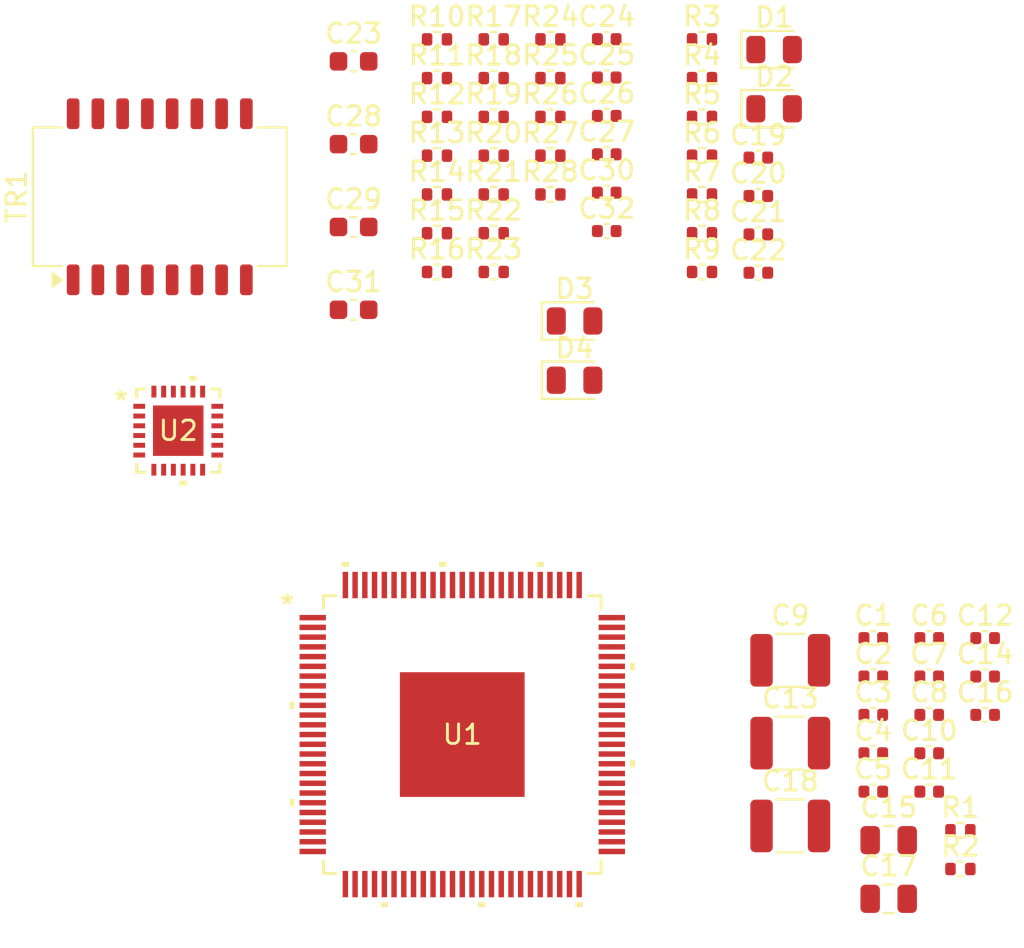
<source format=kicad_pcb>
(kicad_pcb (version 20241229) (generator "pcbnew") (generator_version "9.0")
  (layers (0 "F.Cu" signal) (2 "B.Cu" signal) (13 "F.Paste" user) (15 "B.Paste" user) (5 "F.SilkS" user "F.Silkscreen") (7 "B.SilkS" user "B.Silkscreen") (1 "F.Mask" user) (3 "B.Mask" user) (25 "Edge.Cuts" user))
  (net 0 "")
  (net 1 "GND")
  (net 2 "+3.3V")
  (net 3 "Net-(U1B-VDDA)")
  (net 4 "/MCU/PA01")
  (net 5 "/MCU/SPI7.MOSI")
  (net 6 "/MCU/JTAG.TDO")
  (net 7 "/MCU/SDMMC0_SDDAT3")
  (net 8 "/MCU/SPI2.CS#")
  (net 9 "/MCU/SPI3.MOSI")
  (net 10 "/MCU/SPARE5")
  (net 11 "/MCU/XOUT32")
  (net 12 "/MCU/JTAG.TDI")
  (net 13 "/MCU/SDMMC0_SDCMD")
  (net 14 "/MCU/SPARE4")
  (net 15 "/MCU/SPARE7")
  (net 16 "/MCU/SPARE13")
  (net 17 "/MCU/SPI3.CS#")
  (net 18 "/MCU/ETH_TSUCOMP")
  (net 19 "/MCU/SPARE14")
  (net 20 "/MCU/XIN32")
  (net 21 "/MCU/SDMMC0_SDDAT1")
  (net 22 "/MCU/SPI4.CS#")
  (net 23 "/MCU/SPI3.MISO")
  (net 24 "/MCU/SPI2.MISO")
  (net 25 "/MCU/SPARE16")
  (net 26 "/MCU/SDMMC0_SDWP")
  (net 28 "/MCU/XOUT")
  (net 29 "/MCU/SPI5.MOSI")
  (net 30 "/MCU/SPARE17")
  (net 31 "/MCU/SPARE6")
  (net 32 "/MCU/SPARE12")
  (net 33 "/MCU/SDMMC0_SDDAT0")
  (net 34 "/MCU/ADC_VINP11")
  (net 35 "/MCU/SPI4.SCK")
  (net 36 "/MCU/SPARE15")
  (net 37 "/MCU/SDMMC0_SDCD")
  (net 38 "/MCU/SPARE11")
  (net 39 "/MCU/SPI6.MOSI")
  (net 40 "/MCU/SPI5.SCK")
  (net 41 "/MCU/SPI7.SCK")
  (net 42 "/MCU/SPI4.MISO")
  (net 43 "/MCU/SPARE2")
  (net 44 "/MCU/SDMMC0_SDDAT2")
  (net 45 "/MCU/SPI6.CS#")
  (net 46 "/MCU/SPARE10")
  (net 47 "/MCU/SPI2.SCK")
  (net 48 "/MCU/SPARE9")
  (net 49 "/MCU/JTAG.TCK")
  (net 50 "/MCU/SPI7.MISO")
  (net 51 "/MCU/JTAG.TMS")
  (net 52 "/MCU/SPI3.SCK")
  (net 53 "/MCU/ADC_VINP10")
  (net 54 "/MCU/USB0ID")
  (net 55 "/MCU/SPARE1")
  (net 56 "/MCU/USRBIAS")
  (net 57 "/MCU/SPI7.CS#")
  (net 58 "/MCU/SPI2.MOSI")
  (net 59 "/MCU/SPI4.MOSI")
  (net 60 "/MCU/SPI6.SCK")
  (net 61 "/MCU/SPI5.CS#")
  (net 62 "/MCU/XIN")
  (net 63 "/MCU/SPI5.MISO")
  (net 64 "/MCU/SPI6.MISO")
  (net 65 "/MCU/EXT")
  (net 66 "/MCU/RESET#")
  (net 67 "/MCU/SDMMC0_SDCK")
  (net 68 "/MCU/SPARE8")
  (net 69 "+VDD")
  (net 70 "/Ethernet PHY/XOUT")
  (net 71 "/Ethernet PHY/XIN")
  (net 72 "/Ethernet PHY/VDDCR")
  (net 73 "Net-(D1-K)")
  (net 74 "Net-(D1-A)")
  (net 75 "Net-(D2-A)")
  (net 76 "/Ethernet PHY/LED1{slash}REGOFF")
  (net 77 "Net-(D3-K)")
  (net 78 "/Ethernet PHY/LED2{slash}INTSEL")
  (net 79 "Net-(D4-K)")
  (net 80 "/MCU/RST_BTN")
  (net 81 "/Ethernet PHY/MODE1_RXD1")
  (net 82 "/Ethernet PHY/RMII.RXD1")
  (net 83 "/Ethernet PHY/RMII.RXD0")
  (net 84 "/Ethernet PHY/MODE0_RXD0")
  (net 85 "/Ethernet PHY/RMII.CRSDV")
  (net 86 "/Ethernet PHY/MODE2_CRSDV")
  (net 87 "/Ethernet PHY/RMII.REFCK")
  (net 88 "/Ethernet PHY/RMII.RXER")
  (net 89 "/Ethernet PHY/RBIAS")
  (net 90 "/MCU_ETH_RST#")
  (net 91 "/MCU/RMII.CRSDV")
  (net 92 "/MCU/RMII.TXD0")
  (net 93 "/MCU/USB_HS.D-")
  (net 94 "/MCU/RMII.RXER")
  (net 95 "/MCU/RMII.TXEN")
  (net 96 "/MCU/USB_FS.D+")
  (net 97 "/MCU/RMII.REFCK")
  (net 98 "/MCU/RMII.RXD1")
  (net 99 "/MCU/RMII.TXD1")
  (net 100 "/MCU/USB_FS.D-")
  (net 101 "/MCU/USB_HS.D+")
  (net 102 "/MCU/RMII.RXD0")
  (net 103 "/Ethernet PHY/RMII.TXD0")
  (net 104 "/Ethernet PHY/RMII.TXD1")
  (net 105 "/Ethernet PHY/RMII.TXEN")
  (net 106 "Net-(TR1-C_TX)")
  (net 107 "/Ethernet Connector/MX1+")
  (net 108 "Net-(TR1-C_RX)")
  (net 109 "Net-(TR1-C_TD)")
  (net 110 "/Ethernet Connector/MX2+")
  (net 111 "Net-(TR1-C_RD)")
  (net 112 "/Ethernet Connector/MX1-")
  (net 113 "/Ethernet Connector/MX2-")
  (net 114 "/MDI.TX+")
  (net 115 "/MDI.RX-")
  (net 116 "/MDI.RX+")
  (net 117 "/MDI.TX-")
  (net 118 "/SMI.MDC")
  (net 119 "/SMI.MDIO")
  (footprint "Resistor_SMD:R_0402_1005Metric" (layer "F.Cu") (at 163.73 81.37)
    (property "Reference" "R15" (at 0 -1.17 0) (layer "F.SilkS"))
    (property "Value" "10k")
    (pad "1" smd roundrect (at -0.51 0) (size 0.54 0.64) (layers "F.Cu" "F.Mask" "F.Paste") (net 2 "+3.3V"))
    (pad "2" smd roundrect (at 0.51 0) (size 0.54 0.64) (layers "F.Cu" "F.Mask" "F.Paste") (net 84 "/Ethernet PHY/MODE0_RXD0"))
  )
  (footprint "Resistor_SMD:R_0402_1005Metric" (layer "F.Cu") (at 169.55 79.38)
    (property "Reference" "R28" (at 0 -1.17 0) (layer "F.SilkS"))
    (property "Value" "10k")
    (pad "1" smd roundrect (at -0.51 0) (size 0.54 0.64) (layers "F.Cu" "F.Mask" "F.Paste") (net 2 "+3.3V"))
    (pad "2" smd roundrect (at 0.51 0) (size 0.54 0.64) (layers "F.Cu" "F.Mask" "F.Paste") (net 90 "/MCU_ETH_RST#"))
  )
  (footprint "Resistor_SMD:R_0402_1005Metric" (layer "F.Cu") (at 177.33 79.38)
    (property "Reference" "R7" (at 0 -1.17 0) (layer "F.SilkS"))
    (property "Value" "270")
    (pad "1" smd roundrect (at -0.51 0) (size 0.54 0.64) (layers "F.Cu" "F.Mask" "F.Paste") (net 56 "/MCU/USRBIAS"))
    (pad "2" smd roundrect (at 0.51 0) (size 0.54 0.64) (layers "F.Cu" "F.Mask" "F.Paste") (net 1 "GND"))
  )
  (footprint "Capacitor_SMD:C_0603_1608Metric" (layer "F.Cu") (at 159.45 72.55)
    (property "Reference" "C23" (at 0 -1.43 0) (layer "F.SilkS"))
    (property "Value" "1u")
    (pad "1" smd roundrect (at -0.775 0) (size 0.9 0.95) (layers "F.Cu" "F.Mask" "F.Paste") (net 69 "+VDD"))
    (pad "2" smd roundrect (at 0.775 0) (size 0.9 0.95) (layers "F.Cu" "F.Mask" "F.Paste") (net 1 "GND"))
  )
  (footprint "LED_SMD:LED_0805_2012Metric" (layer "F.Cu") (at 170.79 88.915)
    (property "Reference" "D4" (at 0 -1.65 0) (layer "F.SilkS"))
    (property "Value" "LED")
    (pad "1" smd roundrect (at -0.9375 0) (size 0.975 1.4) (layers "F.Cu" "F.Mask" "F.Paste") (net 79 "Net-(D4-K)"))
    (pad "2" smd roundrect (at 0.9375 0) (size 0.975 1.4) (layers "F.Cu" "F.Mask" "F.Paste") (net 78 "/Ethernet PHY/LED2{slash}INTSEL"))
  )
  (footprint "Capacitor_SMD:C_0402_1005Metric" (layer "F.Cu") (at 188.99 110.03)
    (property "Reference" "C11" (at 0 -1.16 0) (layer "F.SilkS"))
    (property "Value" "100n")
    (pad "1" smd roundrect (at -0.48 0) (size 0.56 0.62) (layers "F.Cu" "F.Mask" "F.Paste") (net 2 "+3.3V"))
    (pad "2" smd roundrect (at 0.48 0) (size 0.56 0.62) (layers "F.Cu" "F.Mask" "F.Paste") (net 1 "GND"))
  )
  (footprint "Resistor_SMD:R_0402_1005Metric" (layer "F.Cu") (at 190.59 112.01)
    (property "Reference" "R1" (at 0 -1.17 0) (layer "F.SilkS"))
    (property "Value" "0")
    (pad "1" smd roundrect (at -0.51 0) (size 0.54 0.64) (layers "F.Cu" "F.Mask" "F.Paste") (net 4 "/MCU/PA01"))
    (pad "2" smd roundrect (at 0.51 0) (size 0.54 0.64) (layers "F.Cu" "F.Mask" "F.Paste") (net 5 "/MCU/SPI7.MOSI"))
  )
  (footprint "Capacitor_SMD:C_0402_1005Metric" (layer "F.Cu") (at 186.12 106.09)
    (property "Reference" "C3" (at 0 -1.16 0) (layer "F.SilkS"))
    (property "Value" "100n")
    (pad "1" smd roundrect (at -0.48 0) (size 0.56 0.62) (layers "F.Cu" "F.Mask" "F.Paste") (net 2 "+3.3V"))
    (pad "2" smd roundrect (at 0.48 0) (size 0.56 0.62) (layers "F.Cu" "F.Mask" "F.Paste") (net 1 "GND"))
  )
  (footprint "Resistor_SMD:R_0402_1005Metric" (layer "F.Cu") (at 166.64 75.4)
    (property "Reference" "R19" (at 0 -1.17 0) (layer "F.SilkS"))
    (property "Value" "10k")
    (pad "1" smd roundrect (at -0.51 0) (size 0.54 0.64) (layers "F.Cu" "F.Mask" "F.Paste") (net 81 "/Ethernet PHY/MODE1_RXD1"))
    (pad "2" smd roundrect (at 0.51 0) (size 0.54 0.64) (layers "F.Cu" "F.Mask" "F.Paste") (net 1 "GND"))
  )
  (footprint "Capacitor_SMD:C_0402_1005Metric" (layer "F.Cu") (at 191.86 104.12)
    (property "Reference" "C14" (at 0 -1.16 0) (layer "F.SilkS"))
    (property "Value" "100n")
    (pad "1" smd roundrect (at -0.48 0) (size 0.56 0.62) (layers "F.Cu" "F.Mask" "F.Paste") (net 2 "+3.3V"))
    (pad "2" smd roundrect (at 0.48 0) (size 0.56 0.62) (layers "F.Cu" "F.Mask" "F.Paste") (net 1 "GND"))
  )
  (footprint "Capacitor_SMD:C_0805_2012Metric" (layer "F.Cu") (at 186.91 115.53)
    (property "Reference" "C17" (at 0 -1.68 0) (layer "F.SilkS"))
    (property "Value" "10u")
    (pad "1" smd roundrect (at -0.95 0) (size 1 1.45) (layers "F.Cu" "F.Mask" "F.Paste") (net 3 "Net-(U1B-VDDA)"))
    (pad "2" smd roundrect (at 0.95 0) (size 1 1.45) (layers "F.Cu" "F.Mask" "F.Paste") (net 1 "GND"))
  )
  (footprint "Resistor_SMD:R_0402_1005Metric" (layer "F.Cu") (at 177.33 75.4)
    (property "Reference" "R5" (at 0 -1.17 0) (layer "F.SilkS"))
    (property "Value" "10k")
    (pad "1" smd roundrect (at -0.51 0) (size 0.54 0.64) (layers "F.Cu" "F.Mask" "F.Paste") (net 2 "+3.3V"))
    (pad "2" smd roundrect (at 0.51 0) (size 0.54 0.64) (layers "F.Cu" "F.Mask" "F.Paste") (net 66 "/MCU/RESET#"))
  )
  (footprint "LED_SMD:LED_0805_2012Metric" (layer "F.Cu") (at 181.03 74.985)
    (property "Reference" "D2" (at 0 -1.65 0) (layer "F.SilkS"))
    (property "Value" "LED")
    (pad "1" smd roundrect (at -0.9375 0) (size 0.975 1.4) (layers "F.Cu" "F.Mask" "F.Paste") (net 1 "GND"))
    (pad "2" smd roundrect (at 0.9375 0) (size 0.975 1.4) (layers "F.Cu" "F.Mask" "F.Paste") (net 75 "Net-(D2-A)"))
  )
  (footprint "LAN8720A-CP:QFN24-6X6_MC_MCH" (layer "F.Cu") (at 150.45 91.5042)
    (property "Reference" "U2" (at 0 0 0) (layer "F.SilkS"))
    (property "Value" "LAN8720A-CP")
    (fp_text user "*" (at -2.941599 -1.5 0) (layer "F.SilkS"))
    (fp_text user "*" (at -2.941599 -1.5 0) (layer "F.SilkS"))
    (pad "1" smd rect (at -2.0042 -1.25 90) (size 0.2548 0.604799) (layers "F.Cu" "F.Mask" "F.Paste") (net 69 "+VDD"))
    (pad "2" smd rect (at -2.0042 -0.750001 90) (size 0.2548 0.604799) (layers "F.Cu" "F.Mask" "F.Paste") (net 78 "/Ethernet PHY/LED2{slash}INTSEL"))
    (pad "3" smd rect (at -2.0042 -0.25 90) (size 0.2548 0.604799) (layers "F.Cu" "F.Mask" "F.Paste") (net 76 "/Ethernet PHY/LED1{slash}REGOFF"))
    (pad "4" smd rect (at -2.0042 0.25 90) (size 0.2548 0.604799) (layers "F.Cu" "F.Mask" "F.Paste") (net 70 "/Ethernet PHY/XOUT"))
    (pad "5" smd rect (at -2.0042 0.750001 90) (size 0.2548 0.604799) (layers "F.Cu" "F.Mask" "F.Paste") (net 71 "/Ethernet PHY/XIN"))
    (pad "6" smd rect (at -2.0042 1.25 90) (size 0.2548 0.604799) (layers "F.Cu" "F.Mask" "F.Paste") (net 72 "/Ethernet PHY/VDDCR"))
    (pad "7" smd rect (at -1.25 2.0042) (size 0.2548 0.604799) (layers "F.Cu" "F.Mask" "F.Paste") (net 81 "/Ethernet PHY/MODE1_RXD1"))
    (pad "8" smd rect (at -0.750001 2.0042) (size 0.2548 0.604799) (layers "F.Cu" "F.Mask" "F.Paste") (net 84 "/Ethernet PHY/MODE0_RXD0"))
    (pad "9" smd rect (at -0.25 2.0042) (size 0.2548 0.604799) (layers "F.Cu" "F.Mask" "F.Paste") (net 2 "+3.3V"))
    (pad "10" smd rect (at 0.25 2.0042) (size 0.2548 0.604799) (layers "F.Cu" "F.Mask" "F.Paste") (net 88 "/Ethernet PHY/RMII.RXER"))
    (pad "11" smd rect (at 0.750001 2.0042) (size 0.2548 0.604799) (layers "F.Cu" "F.Mask" "F.Paste") (net 86 "/Ethernet PHY/MODE2_CRSDV"))
    (pad "12" smd rect (at 1.25 2.0042) (size 0.2548 0.604799) (layers "F.Cu" "F.Mask" "F.Paste") (net 119 "/SMI.MDIO"))
    (pad "13" smd rect (at 2.0042 1.25 90) (size 0.2548 0.604799) (layers "F.Cu" "F.Mask" "F.Paste") (net 118 "/SMI.MDC"))
    (pad "14" smd rect (at 2.0042 0.750001 90) (size 0.2548 0.604799) (layers "F.Cu" "F.Mask" "F.Paste") (net 87 "/Ethernet PHY/RMII.REFCK"))
    (pad "15" smd rect (at 2.0042 0.25 90) (size 0.2548 0.604799) (layers "F.Cu" "F.Mask" "F.Paste") (net 90 "/MCU_ETH_RST#"))
    (pad "16" smd rect (at 2.0042 -0.25 90) (size 0.2548 0.604799) (layers "F.Cu" "F.Mask" "F.Paste") (net 105 "/Ethernet PHY/RMII.TXEN"))
    (pad "17" smd rect (at 2.0042 -0.750001 90) (size 0.2548 0.604799) (layers "F.Cu" "F.Mask" "F.Paste") (net 103 "/Ethernet PHY/RMII.TXD0"))
    (pad "18" smd rect (at 2.0042 -1.25 90) (size 0.2548 0.604799) (layers "F.Cu" "F.Mask" "F.Paste") (net 104 "/Ethernet PHY/RMII.TXD1"))
    (pad "19" smd rect (at 1.25 -2.0042) (size 0.2548 0.604799) (layers "F.Cu" "F.Mask" "F.Paste") (net 69 "+VDD"))
    (pad "20" smd rect (at 0.750001 -2.0042) (size 0.2548 0.604799) (layers "F.Cu" "F.Mask" "F.Paste") (net 117 "/MDI.TX-"))
    (pad "21" smd rect (at 0.25 -2.0042) (size 0.2548 0.604799) (layers "F.Cu" "F.Mask" "F.Paste") (net 114 "/MDI.TX+"))
    (pad "22" smd rect (at -0.25 -2.0042) (size 0.2548 0.604799) (layers "F.Cu" "F.Mask" "F.Paste") (net 115 "/MDI.RX-"))
    (pad "23" smd rect (at -0.750001 -2.0042) (size 0.2548 0.604799) (layers "F.Cu" "F.Mask" "F.Paste") (net 116 "/MDI.RX+"))
    (pad "24" smd rect (at -1.25 -2.0042) (size 0.2548 0.604799) (layers "F.Cu" "F.Mask" "F.Paste") (net 89 "/Ethernet PHY/RBIAS"))
    (pad "25" smd rect (at 0 0) (size 2.5908 2.5908) (layers "F.Cu" "F.Mask" "F.Paste") (net 1 "GND"))
  )
  (footprint "Capacitor_SMD:C_0402_1005Metric" (layer "F.Cu") (at 172.44 81.26)
    (property "Reference" "C32" (at 0 -1.16 0) (layer "F.SilkS"))
    (property "Value" "470p")
    (pad "1" smd roundrect (at -0.48 0) (size 0.56 0.62) (layers "F.Cu" "F.Mask" "F.Paste") (net 72 "/Ethernet PHY/VDDCR"))
    (pad "2" smd roundrect (at 0.48 0) (size 0.56 0.62) (layers "F.Cu" "F.Mask" "F.Paste") (net 1 "GND"))
  )
  (footprint "Resistor_SMD:R_0402_1005Metric" (layer "F.Cu") (at 163.73 77.39)
    (property "Reference" "R13" (at 0 -1.17 0) (layer "F.SilkS"))
    (property "Value" "33")
    (pad "1" smd roundrect (at -0.51 0) (size 0.54 0.64) (layers "F.Cu" "F.Mask" "F.Paste") (net 84 "/Ethernet PHY/MODE0_RXD0"))
    (pad "2" smd roundrect (at 0.51 0) (size 0.54 0.64) (layers "F.Cu" "F.Mask" "F.Paste") (net 83 "/Ethernet PHY/RMII.RXD0"))
  )
  (footprint "Capacitor_SMD:C_0402_1005Metric" (layer "F.Cu") (at 180.22 79.46)
    (property "Reference" "C20" (at 0 -1.16 0) (layer "F.SilkS"))
    (property "Value" "C")
    (pad "1" smd roundrect (at -0.48 0) (size 0.56 0.62) (layers "F.Cu" "F.Mask" "F.Paste") (net 11 "/MCU/XOUT32"))
    (pad "2" smd roundrect (at 0.48 0) (size 0.56 0.62) (layers "F.Cu" "F.Mask" "F.Paste") (net 1 "GND"))
  )
  (footprint "Capacitor_SMD:C_0402_1005Metric" (layer "F.Cu") (at 172.44 71.41)
    (property "Reference" "C24" (at 0 -1.16 0) (layer "F.SilkS"))
    (property "Value" "C")
    (pad "1" smd roundrect (at -0.48 0) (size 0.56 0.62) (layers "F.Cu" "F.Mask" "F.Paste") (net 70 "/Ethernet PHY/XOUT"))
    (pad "2" smd roundrect (at 0.48 0) (size 0.56 0.62) (layers "F.Cu" "F.Mask" "F.Paste") (net 1 "GND"))
  )
  (footprint "Capacitor_SMD:C_0402_1005Metric" (layer "F.Cu") (at 186.12 110.03)
    (property "Reference" "C5" (at 0 -1.16 0) (layer "F.SilkS"))
    (property "Value" "100n")
    (pad "1" smd roundrect (at -0.48 0) (size 0.56 0.62) (layers "F.Cu" "F.Mask" "F.Paste") (net 2 "+3.3V"))
    (pad "2" smd roundrect (at 0.48 0) (size 0.56 0.62) (layers "F.Cu" "F.Mask" "F.Paste") (net 1 "GND"))
  )
  (footprint "Resistor_SMD:R_0402_1005Metric" (layer "F.Cu") (at 177.33 83.36)
    (property "Reference" "R9" (at 0 -1.17 0) (layer "F.SilkS"))
    (property "Value" "10k")
    (pad "1" smd roundrect (at -0.51 0) (size 0.54 0.64) (layers "F.Cu" "F.Mask" "F.Paste") (net 2 "+3.3V"))
    (pad "2" smd roundrect (at 0.51 0) (size 0.54 0.64) (layers "F.Cu" "F.Mask" "F.Paste") (net 54 "/MCU/USB0ID"))
  )
  (footprint "Resistor_SMD:R_0402_1005Metric" (layer "F.Cu") (at 166.64 79.38)
    (property "Reference" "R21" (at 0 -1.17 0) (layer "F.SilkS"))
    (property "Value" "1.5k")
    (pad "1" smd roundrect (at -0.51 0) (size 0.54 0.64) (layers "F.Cu" "F.Mask" "F.Paste") (net 2 "+3.3V"))
    (pad "2" smd roundrect (at 0.51 0) (size 0.54 0.64) (layers "F.Cu" "F.Mask" "F.Paste") (net 87 "/Ethernet PHY/RMII.REFCK"))
  )
  (footprint "LED_SMD:LED_0805_2012Metric" (layer "F.Cu") (at 181.03 71.945)
    (property "Reference" "D1" (at 0 -1.65 0) (layer "F.SilkS"))
    (property "Value" "LED")
    (pad "1" smd roundrect (at -0.9375 0) (size 0.975 1.4) (layers "F.Cu" "F.Mask" "F.Paste") (net 73 "Net-(D1-K)"))
    (pad "2" smd roundrect (at 0.9375 0) (size 0.975 1.4) (layers "F.Cu" "F.Mask" "F.Paste") (net 74 "Net-(D1-A)"))
  )
  (footprint "Resistor_SMD:R_0402_1005Metric" (layer "F.Cu") (at 169.55 75.4)
    (property "Reference" "R26" (at 0 -1.17 0) (layer "F.SilkS"))
    (property "Value" "R")
    (pad "1" smd roundrect (at -0.51 0) (size 0.54 0.64) (layers "F.Cu" "F.Mask" "F.Paste") (net 79 "Net-(D4-K)"))
    (pad "2" smd roundrect (at 0.51 0) (size 0.54 0.64) (layers "F.Cu" "F.Mask" "F.Paste") (net 1 "GND"))
  )
  (footprint "Resistor_SMD:R_0402_1005Metric" (layer "F.Cu") (at 163.73 75.4)
    (property "Reference" "R12" (at 0 -1.17 0) (layer "F.SilkS"))
    (property "Value" "33")
    (pad "1" smd roundrect (at -0.51 0) (size 0.54 0.64) (layers "F.Cu" "F.Mask" "F.Paste") (net 81 "/Ethernet PHY/MODE1_RXD1"))
    (pad "2" smd roundrect (at 0.51 0) (size 0.54 0.64) (layers "F.Cu" "F.Mask" "F.Paste") (net 82 "/Ethernet PHY/RMII.RXD1"))
  )
  (footprint "Capacitor_SMD:C_0402_1005Metric" (layer "F.Cu") (at 188.99 108.06)
    (property "Reference" "C10" (at 0 -1.16 0) (layer "F.SilkS"))
    (property "Value" "100n")
    (pad "1" smd roundrect (at -0.48 0) (size 0.56 0.62) (layers "F.Cu" "F.Mask" "F.Paste") (net 2 "+3.3V"))
    (pad "2" smd roundrect (at 0.48 0) (size 0.56 0.62) (layers "F.Cu" "F.Mask" "F.Paste") (net 1 "GND"))
  )
  (footprint "Resistor_SMD:R_0402_1005Metric" (layer "F.Cu") (at 166.64 83.36)
    (property "Reference" "R23" (at 0 -1.17 0) (layer "F.SilkS"))
    (property "Value" "10k")
    (pad "1" smd roundrect (at -0.51 0) (size 0.54 0.64) (layers "F.Cu" "F.Mask" "F.Paste") (net 88 "/Ethernet PHY/RMII.RXER"))
    (pad "2" smd roundrect (at 0.51 0) (size 0.54 0.64) (layers "F.Cu" "F.Mask" "F.Paste") (net 1 "GND"))
  )
  (footprint "Resistor_SMD:R_0402_1005Metric" (layer "F.Cu") (at 177.33 81.37)
    (property "Reference" "R8" (at 0 -1.17 0) (layer "F.SilkS"))
    (property "Value" "10k")
    (pad "1" smd roundrect (at -0.51 0) (size 0.54 0.64) (layers "F.Cu" "F.Mask" "F.Paste") (net 54 "/MCU/USB0ID"))
    (pad "2" smd roundrect (at 0.51 0) (size 0.54 0.64) (layers "F.Cu" "F.Mask" "F.Paste") (net 1 "GND"))
  )
  (footprint "Resistor_SMD:R_0402_1005Metric" (layer "F.Cu") (at 169.55 73.41)
    (property "Reference" "R25" (at 0 -1.17 0) (layer "F.SilkS"))
    (property "Value" "R")
    (pad "1" smd roundrect (at -0.51 0) (size 0.54 0.64) (layers "F.Cu" "F.Mask" "F.Paste") (net 77 "Net-(D3-K)"))
    (pad "2" smd roundrect (at 0.51 0) (size 0.54 0.64) (layers "F.Cu" "F.Mask" "F.Paste") (net 1 "GND"))
  )
  (footprint "Resistor_SMD:R_0402_1005Metric" (layer "F.Cu") (at 169.55 71.42)
    (property "Reference" "R24" (at 0 -1.17 0) (layer "F.SilkS"))
    (property "Value" "12.1k")
    (pad "1" smd roundrect (at -0.51 0) (size 0.54 0.64) (layers "F.Cu" "F.Mask" "F.Paste") (net 89 "/Ethernet PHY/RBIAS"))
    (pad "2" smd roundrect (at 0.51 0) (size 0.54 0.64) (layers "F.Cu" "F.Mask" "F.Paste") (net 1 "GND"))
  )
  (footprint "Capacitor_SMD:C_0402_1005Metric" (layer "F.Cu") (at 191.86 102.15)
    (property "Reference" "C12" (at 0 -1.16 0) (layer "F.SilkS"))
    (property "Value" "100n")
    (pad "1" smd roundrect (at -0.48 0) (size 0.56 0.62) (layers "F.Cu" "F.Mask" "F.Paste") (net 2 "+3.3V"))
    (pad "2" smd roundrect (at 0.48 0) (size 0.56 0.62) (layers "F.Cu" "F.Mask" "F.Paste") (net 1 "GND"))
  )
  (footprint "Capacitor_SMD:C_0402_1005Metric" (layer "F.Cu") (at 188.99 104.12)
    (property "Reference" "C7" (at 0 -1.16 0) (layer "F.SilkS"))
    (property "Value" "100n")
    (pad "1" smd roundrect (at -0.48 0) (size 0.56 0.62) (layers "F.Cu" "F.Mask" "F.Paste") (net 2 "+3.3V"))
    (pad "2" smd roundrect (at 0.48 0) (size 0.56 0.62) (layers "F.Cu" "F.Mask" "F.Paste") (net 1 "GND"))
  )
  (footprint "Resistor_SMD:R_0402_1005Metric" (layer "F.Cu") (at 163.73 83.36)
    (property "Reference" "R16" (at 0 -1.17 0) (layer "F.SilkS"))
    (property "Value" "10k")
    (pad "1" smd roundrect (at -0.51 0) (size 0.54 0.64) (layers "F.Cu" "F.Mask" "F.Paste") (net 2 "+3.3V"))
    (pad "2" smd roundrect (at 0.51 0) (size 0.54 0.64) (layers "F.Cu" "F.Mask" "F.Paste") (net 81 "/Ethernet PHY/MODE1_RXD1"))
  )
  (footprint "Capacitor_SMD:C_0402_1005Metric" (layer "F.Cu") (at 186.12 108.06)
    (property "Reference" "C4" (at 0 -1.16 0) (layer "F.SilkS"))
    (property "Value" "100n")
    (pad "1" smd roundrect (at -0.48 0) (size 0.56 0.62) (layers "F.Cu" "F.Mask" "F.Paste") (net 2 "+3.3V"))
    (pad "2" smd roundrect (at 0.48 0) (size 0.56 0.62) (layers "F.Cu" "F.Mask" "F.Paste") (net 1 "GND"))
  )
  (footprint "Resistor_SMD:R_0402_1005Metric" (layer "F.Cu") (at 166.64 81.37)
    (property "Reference" "R22" (at 0 -1.17 0) (layer "F.SilkS"))
    (property "Value" "10k")
    (pad "1" smd roundrect (at -0.51 0) (size 0.54 0.64) (layers "F.Cu" "F.Mask" "F.Paste") (net 2 "+3.3V"))
    (pad "2" smd roundrect (at 0.51 0) (size 0.54 0.64) (layers "F.Cu" "F.Mask" "F.Paste") (net 88 "/Ethernet PHY/RMII.RXER"))
  )
  (footprint "Resistor_SMD:R_0402_1005Metric" (layer "F.Cu") (at 163.73 79.38)
    (property "Reference" "R14" (at 0 -1.17 0) (layer "F.SilkS"))
    (property "Value" "33")
    (pad "1" smd roundrect (at -0.51 0) (size 0.54 0.64) (layers "F.Cu" "F.Mask" "F.Paste") (net 86 "/Ethernet PHY/MODE2_CRSDV"))
    (pad "2" smd roundrect (at 0.51 0) (size 0.54 0.64) (layers "F.Cu" "F.Mask" "F.Paste") (net 85 "/Ethernet PHY/RMII.CRSDV"))
  )
  (footprint "Capacitor_SMD:C_0402_1005Metric" (layer "F.Cu") (at 186.12 104.12)
    (property "Reference" "C2" (at 0 -1.16 0) (layer "F.SilkS"))
    (property "Value" "100n")
    (pad "1" smd roundrect (at -0.48 0) (size 0.56 0.62) (layers "F.Cu" "F.Mask" "F.Paste") (net 2 "+3.3V"))
    (pad "2" smd roundrect (at 0.48 0) (size 0.56 0.62) (layers "F.Cu" "F.Mask" "F.Paste") (net 1 "GND"))
  )
  (footprint "Resistor_SMD:R_0402_1005Metric" (layer "F.Cu") (at 166.64 71.42)
    (property "Reference" "R17" (at 0 -1.17 0) (layer "F.SilkS"))
    (property "Value" "10k")
    (pad "1" smd roundrect (at -0.51 0) (size 0.54 0.64) (layers "F.Cu" "F.Mask" "F.Paste") (net 2 "+3.3V"))
    (pad "2" smd roundrect (at 0.51 0) (size 0.54 0.64) (layers "F.Cu" "F.Mask" "F.Paste") (net 86 "/Ethernet PHY/MODE2_CRSDV"))
  )
  (footprint "Capacitor_SMD:C_0402_1005Metric" (layer "F.Cu") (at 172.44 77.32)
    (property "Reference" "C27" (at 0 -1.16 0) (layer "F.SilkS"))
    (property "Value" "100n")
    (pad "1" smd roundrect (at -0.48 0) (size 0.56 0.62) (layers "F.Cu" "F.Mask" "F.Paste") (net 69 "+VDD"))
    (pad "2" smd roundrect (at 0.48 0) (size 0.56 0.62) (layers "F.Cu" "F.Mask" "F.Paste") (net 1 "GND"))
  )
  (footprint "Capacitor_SMD:C_0402_1005Metric" (layer "F.Cu") (at 188.99 102.15)
    (property "Reference" "C6" (at 0 -1.16 0) (layer "F.SilkS"))
    (property "Value" "100n")
    (pad "1" smd roundrect (at -0.48 0) (size 0.56 0.62) (layers "F.Cu" "F.Mask" "F.Paste") (net 2 "+3.3V"))
    (pad "2" smd roundrect (at 0.48 0) (size 0.56 0.62) (layers "F.Cu" "F.Mask" "F.Paste") (net 1 "GND"))
  )
  (footprint "Capacitor_SMD:C_0402_1005Metric" (layer "F.Cu") (at 180.22 81.43)
    (property "Reference" "C21" (at 0 -1.16 0) (layer "F.SilkS"))
    (property "Value" "C")
    (pad "1" smd roundrect (at -0.48 0) (size 0.56 0.62) (layers "F.Cu" "F.Mask" "F.Paste") (net 28 "/MCU/XOUT"))
    (pad "2" smd roundrect (at 0.48 0) (size 0.56 0.62) (layers "F.Cu" "F.Mask" "F.Paste") (net 1 "GND"))
  )
  (footprint "Capacitor_SMD:C_0603_1608Metric" (layer "F.Cu") (at 159.45 81.05)
    (property "Reference" "C29" (at 0 -1.43 0) (layer "F.SilkS"))
    (property "Value" "1u")
    (pad "1" smd roundrect (at -0.775 0) (size 0.9 0.95) (layers "F.Cu" "F.Mask" "F.Paste") (net 2 "+3.3V"))
    (pad "2" smd roundrect (at 0.775 0) (size 0.9 0.95) (layers "F.Cu" "F.Mask" "F.Paste") (net 1 "GND"))
  )
  (footprint "Capacitor_SMD:C_0805_2012Metric" (layer "F.Cu") (at 186.91 112.52)
    (property "Reference" "C15" (at 0 -1.68 0) (layer "F.SilkS"))
    (property "Value" "4.7u")
    (pad "1" smd roundrect (at -0.95 0) (size 1 1.45) (layers "F.Cu" "F.Mask" "F.Paste") (net 2 "+3.3V"))
    (pad "2" smd roundrect (at 0.95 0) (size 1 1.45) (layers "F.Cu" "F.Mask" "F.Paste") (net 1 "GND"))
  )
  (footprint "Capacitor_SMD:C_1210_3225Metric" (layer "F.Cu") (at 181.86 107.54)
    (property "Reference" "C13" (at 0 -2.3 0) (layer "F.SilkS"))
    (property "Value" "47u")
    (pad "1" smd roundrect (at -1.475 0) (size 1.15 2.7) (layers "F.Cu" "F.Mask" "F.Paste") (roundrect_rratio 0.217391) (net 2 "+3.3V"))
    (pad "2" smd roundrect (at 1.475 0) (size 1.15 2.7) (layers "F.Cu" "F.Mask" "F.Paste") (roundrect_rratio 0.217391) (net 1 "GND"))
  )
  (footprint "Resistor_SMD:R_0402_1005Metric" (layer "F.Cu") (at 190.59 114)
    (property "Reference" "R2" (at 0 -1.17 0) (layer "F.SilkS"))
    (property "Value" "0")
    (pad "1" smd roundrect (at -0.51 0) (size 0.54 0.64) (layers "F.Cu" "F.Mask" "F.Paste") (net 4 "/MCU/PA01"))
    (pad "2" smd roundrect (at 0.51 0) (size 0.54 0.64) (layers "F.Cu" "F.Mask" "F.Paste") (net 6 "/MCU/JTAG.TDO"))
  )
  (footprint "Capacitor_SMD:C_0603_1608Metric" (layer "F.Cu") (at 159.45 76.8)
    (property "Reference" "C28" (at 0 -1.43 0) (layer "F.SilkS"))
    (property "Value" "1u")
    (pad "1" smd roundrect (at -0.775 0) (size 0.9 0.95) (layers "F.Cu" "F.Mask" "F.Paste") (net 69 "+VDD"))
    (pad "2" smd roundrect (at 0.775 0) (size 0.9 0.95) (layers "F.Cu" "F.Mask" "F.Paste") (net 1 "GND"))
  )
  (footprint "Capacitor_SMD:C_0402_1005Metric" (layer "F.Cu") (at 180.22 83.4)
    (property "Reference" "C22" (at 0 -1.16 0) (layer "F.SilkS"))
    (property "Value" "C")
    (pad "1" smd roundrect (at -0.48 0) (size 0.56 0.62) (layers "F.Cu" "F.Mask" "F.Paste") (net 20 "/MCU/XIN32"))
    (pad "2" smd roundrect (at 0.48 0) (size 0.56 0.62) (layers "F.Cu" "F.Mask" "F.Paste") (net 1 "GND"))
  )
  (footprint "Resistor_SMD:R_0402_1005Metric" (layer "F.Cu") (at 177.33 77.39)
    (property "Reference" "R6" (at 0 -1.17 0) (layer "F.SilkS"))
    (property "Value" "10k")
    (pad "1" smd roundrect (at -0.51 0) (size 0.54 0.64) (layers "F.Cu" "F.Mask" "F.Paste") (net 80 "/MCU/RST_BTN"))
    (pad "2" smd roundrect (at 0.51 0) (size 0.54 0.64) (layers "F.Cu" "F.Mask" "F.Paste") (net 1 "GND"))
  )
  (footprint "Resistor_SMD:R_0402_1005Metric" (layer "F.Cu") (at 177.33 71.42)
    (property "Reference" "R3" (at 0 -1.17 0) (layer "F.SilkS"))
    (property "Value" "R")
    (pad "1" smd roundrect (at -0.51 0) (size 0.54 0.64) (layers "F.Cu" "F.Mask" "F.Paste") (net 2 "+3.3V"))
    (pad "2" smd roundrect (at 0.51 0) (size 0.54 0.64) (layers "F.Cu" "F.Mask" "F.Paste") (net 74 "Net-(D1-A)"))
  )
  (footprint "Capacitor_SMD:C_0402_1005Metric" (layer "F.Cu") (at 172.44 75.35)
    (property "Reference" "C26" (at 0 -1.16 0) (layer "F.SilkS"))
    (property "Value" "100n")
    (pad "1" smd roundrect (at -0.48 0) (size 0.56 0.62) (layers "F.Cu" "F.Mask" "F.Paste") (net 69 "+VDD"))
    (pad "2" smd roundrect (at 0.48 0) (size 0.56 0.62) (layers "F.Cu" "F.Mask" "F.Paste") (net 1 "GND"))
  )
  (footprint "Capacitor_SMD:C_0402_1005Metric" (layer "F.Cu") (at 172.44 79.29)
    (property "Reference" "C30" (at 0 -1.16 0) (layer "F.SilkS"))
    (property "Value" "100n")
    (pad "1" smd roundrect (at -0.48 0) (size 0.56 0.62) (layers "F.Cu" "F.Mask" "F.Paste") (net 2 "+3.3V"))
    (pad "2" smd roundrect (at 0.48 0) (size 0.56 0.62) (layers "F.Cu" "F.Mask" "F.Paste") (net 1 "GND"))
  )
  (footprint "LED_SMD:LED_0805_2012Metric" (layer "F.Cu") (at 170.79 85.875)
    (property "Reference" "D3" (at 0 -1.65 0) (layer "F.SilkS"))
    (property "Value" "LED")
    (pad "1" smd roundrect (at -0.9375 0) (size 0.975 1.4) (layers "F.Cu" "F.Mask" "F.Paste") (net 77 "Net-(D3-K)"))
    (pad "2" smd roundrect (at 0.9375 0) (size 0.975 1.4) (layers "F.Cu" "F.Mask" "F.Paste") (net 76 "/Ethernet PHY/LED1{slash}REGOFF"))
  )
  (footprint "Resistor_SMD:R_0402_1005Metric" (layer "F.Cu") (at 163.73 71.42)
    (property "Reference" "R10" (at 0 -1.17 0) (layer "F.SilkS"))
    (property "Value" "1.5k")
    (pad "1" smd roundrect (at -0.51 0) (size 0.54 0.64) (layers "F.Cu" "F.Mask" "F.Paste") (net 2 "+3.3V"))
    (pad "2" smd roundrect (at 0.51 0) (size 0.54 0.64) (layers "F.Cu" "F.Mask" "F.Paste") (net 118 "/SMI.MDC"))
  )
  (footprint "Capacitor_SMD:C_0402_1005Metric" (layer "F.Cu") (at 186.12 102.15)
    (property "Reference" "C1" (at 0 -1.16 0) (layer "F.SilkS"))
    (property "Value" "100n")
    (pad "1" smd roundrect (at -0.48 0) (size 0.56 0.62) (layers "F.Cu" "F.Mask" "F.Paste") (net 2 "+3.3V"))
    (pad "2" smd roundrect (at 0.48 0) (size 0.56 0.62) (layers "F.Cu" "F.Mask" "F.Paste") (net 1 "GND"))
  )
  (footprint "Transformer_SMD:Transformer_Ethernet_Bourns_PT61017PEL" (layer "F.Cu") (at 149.5 79.5 90)
    (property "Reference" "TR1" (at 0 -7.35 90) (layer "F.SilkS"))
    (property "Value" "PT61017PEL")
    (pad "1" smd roundrect (at -4.2625 -4.445 90) (size 1.575 0.65) (layers "F.Cu" "F.Mask" "F.Paste") (net 115 "/MDI.RX-"))
    (pad "2" smd roundrect (at -4.2625 -3.175 90) (size 1.575 0.65) (layers "F.Cu" "F.Mask" "F.Paste") (net 109 "Net-(TR1-C_TD)"))
    (pad "3" smd roundrect (at -4.2625 -1.905 90) (size 1.575 0.65) (layers "F.Cu" "F.Mask" "F.Paste") (net 116 "/MDI.RX+"))
    (pad "4" smd roundrect (at -4.2625 -0.635 90) (size 1.575 0.65) (layers "F.Cu" "F.Mask" "F.Paste"))
    (pad "5" smd roundrect (at -4.2625 0.635 90) (size 1.575 0.65) (layers "F.Cu" "F.Mask" "F.Paste"))
    (pad "6" smd roundrect (at -4.2625 1.905 90) (size 1.575 0.65) (layers "F.Cu" "F.Mask" "F.Paste") (net 117 "/MDI.TX-"))
    (pad "7" smd roundrect (at -4.2625 3.175 90) (size 1.575 0.65) (layers "F.Cu" "F.Mask" "F.Paste") (net 111 "Net-(TR1-C_RD)"))
    (pad "8" smd roundrect (at -4.2625 4.445 90) (size 1.575 0.65) (layers "F.Cu" "F.Mask" "F.Paste") (net 114 "/MDI.TX+"))
    (pad "9" smd roundrect (at 4.2625 4.445 90) (size 1.575 0.65) (layers "F.Cu" "F.Mask" "F.Paste") (net 107 "/Ethernet Connector/MX1+"))
    (pad "10" smd roundrect (at 4.2625 3.175 90) (size 1.575 0.65) (layers "F.Cu" "F.Mask" "F.Paste") (net 108 "Net-(TR1-C_RX)"))
    (pad "11" smd roundrect (at 4.2625 1.905 90) (size 1.575 0.65) (layers "F.Cu" "F.Mask" "F.Paste") (net 112 "/Ethernet Connector/MX1-"))
    (pad "12" smd roundrect (at 4.2625 0.635 90) (size 1.575 0.65) (layers "F.Cu" "F.Mask" "F.Paste"))
    (pad "13" smd roundrect (at 4.2625 -0.635 90) (size 1.575 0.65) (layers "F.Cu" "F.Mask" "F.Paste"))
    (pad "14" smd roundrect (at 4.2625 -1.905 90) (size 1.575 0.65) (layers "F.Cu" "F.Mask" "F.Paste") (net 110 "/Ethernet Connector/MX2+"))
    (pad "15" smd roundrect (at 4.2625 -3.175 90) (size 1.575 0.65) (layers "F.Cu" "F.Mask" "F.Paste") (net 106 "Net-(TR1-C_TX)"))
    (pad "16" smd roundrect (at 4.2625 -4.445 90) (size 1.575 0.65) (layers "F.Cu" "F.Mask" "F.Paste") (net 113 "/Ethernet Connector/MX2-"))
  )
  (footprint "Capacitor_SMD:C_1210_3225Metric" (layer "F.Cu") (at 181.86 103.29)
    (property "Reference" "C9" (at 0 -2.3 0) (layer "F.SilkS"))
    (property "Value" "47u")
    (pad "1" smd roundrect (at -1.475 0) (size 1.15 2.7) (layers "F.Cu" "F.Mask" "F.Paste") (roundrect_rratio 0.217391) (net 2 "+3.3V"))
    (pad "2" smd roundrect (at 1.475 0) (size 1.15 2.7) (layers "F.Cu" "F.Mask" "F.Paste") (roundrect_rratio 0.217391) (net 1 "GND"))
  )
  (footprint "PIC32CK1025GC01100-I-4SB:TQFP100_4SB_6p3EP_MCH" (layer "F.Cu") (at 165.025652 107.099999)
    (property "Reference" "U1" (at 0 0 0) (layer "F.SilkS"))
    (property "Value" "PIC32CK1025GC01100-I/4SB")
    (fp_text user "*" (at -8.986 -6.631 0) (layer "F.SilkS"))
    (fp_text user "*" (at -8.986 -6.631 0) (layer "F.SilkS"))
    (pad "1" smd rect (at -7.674348 -6.000001 90) (size 0.2794 1.353299) (layers "F.Cu" "F.Mask" "F.Paste") (net 12 "/MCU/JTAG.TDI"))
    (pad "2" smd rect (at -7.674348 -5.499999 90) (size 0.2794 1.353299) (layers "F.Cu" "F.Mask" "F.Paste") (net 4 "/MCU/PA01"))
    (pad "3" smd rect (at -7.674348 -5 90) (size 0.2794 1.353299) (layers "F.Cu" "F.Mask" "F.Paste") (net 51 "/MCU/JTAG.TMS"))
    (pad "4" smd rect (at -7.674348 -4.500001 90) (size 0.2794 1.353299) (layers "F.Cu" "F.Mask" "F.Paste") (net 49 "/MCU/JTAG.TCK"))
    (pad "5" smd rect (at -7.674348 -4 90) (size 0.2794 1.353299) (layers "F.Cu" "F.Mask" "F.Paste") (net 66 "/MCU/RESET#"))
    (pad "6" smd rect (at -7.674348 -3.500001 90) (size 0.2794 1.353299) (layers "F.Cu" "F.Mask" "F.Paste") (net 1 "GND"))
    (pad "7" smd rect (at -7.674348 -2.999999 90) (size 0.2794 1.353299) (layers "F.Cu" "F.Mask" "F.Paste") (net 2 "+3.3V"))
    (pad "8" smd rect (at -7.674348 -2.5 90) (size 0.2794 1.353299) (layers "F.Cu" "F.Mask" "F.Paste") (net 29 "/MCU/SPI5.MOSI"))
    (pad "9" smd rect (at -7.674348 -2.000001 90) (size 0.2794 1.353299) (layers "F.Cu" "F.Mask" "F.Paste") (net 63 "/MCU/SPI5.MISO"))
    (pad "10" smd rect (at -7.674348 -1.5 90) (size 0.2794 1.353299) (layers "F.Cu" "F.Mask" "F.Paste") (net 40 "/MCU/SPI5.SCK"))
    (pad "11" smd rect (at -7.674348 -1.000001 90) (size 0.2794 1.353299) (layers "F.Cu" "F.Mask" "F.Paste") (net 61 "/MCU/SPI5.CS#"))
    (pad "12" smd rect (at -7.674348 -0.500002 90) (size 0.2794 1.353299) (layers "F.Cu" "F.Mask" "F.Paste") (net 55 "/MCU/SPARE1"))
    (pad "13" smd rect (at -7.674348 0 90) (size 0.2794 1.353299) (layers "F.Cu" "F.Mask" "F.Paste") (net 50 "/MCU/SPI7.MISO"))
    (pad "14" smd rect (at -7.674348 0.499999 90) (size 0.2794 1.353299) (layers "F.Cu" "F.Mask" "F.Paste") (net 41 "/MCU/SPI7.SCK"))
    (pad "15" smd rect (at -7.674348 1.000001 90) (size 0.2794 1.353299) (layers "F.Cu" "F.Mask" "F.Paste") (net 57 "/MCU/SPI7.CS#"))
    (pad "16" smd rect (at -7.674348 1.5 90) (size 0.2794 1.353299) (layers "F.Cu" "F.Mask" "F.Paste") (net 39 "/MCU/SPI6.MOSI"))
    (pad "17" smd rect (at -7.674348 1.999999 90) (size 0.2794 1.353299) (layers "F.Cu" "F.Mask" "F.Paste") (net 64 "/MCU/SPI6.MISO"))
    (pad "18" smd rect (at -7.674348 2.5 90) (size 0.2794 1.353299) (layers "F.Cu" "F.Mask" "F.Paste") (net 43 "/MCU/SPARE2"))
    (pad "19" smd rect (at -7.674348 2.999999 90) (size 0.2794 1.353299) (layers "F.Cu" "F.Mask" "F.Paste") (net 1 "GND"))
    (pad "20" smd rect (at -7.674348 3.500001 90) (size 0.2794 1.353299) (layers "F.Cu" "F.Mask" "F.Paste") (net 2 "+3.3V"))
    (pad "21" smd rect (at -7.674348 4 90) (size 0.2794 1.353299) (layers "F.Cu" "F.Mask" "F.Paste") (net 65 "/MCU/EXT"))
    (pad "22" smd rect (at -7.674348 4.499999 90) (size 0.2794 1.353299) (layers "F.Cu" "F.Mask" "F.Paste") (net 60 "/MCU/SPI6.SCK"))
    (pad "23" smd rect (at -7.674348 5 90) (size 0.2794 1.353299) (layers "F.Cu" "F.Mask" "F.Paste") (net 45 "/MCU/SPI6.CS#"))
    (pad "24" smd rect (at -7.674348 5.499999 90) (size 0.2794 1.353299) (layers "F.Cu" "F.Mask" "F.Paste") (net 118 "/SMI.MDC"))
    (pad "25" smd rect (at -7.674348 6.000001 90) (size 0.2794 1.353299) (layers "F.Cu" "F.Mask" "F.Paste") (net 119 "/SMI.MDIO"))
    (pad "26" smd rect (at -6.000001 7.674348) (size 0.2794 1.353299) (layers "F.Cu" "F.Mask" "F.Paste") (net 32 "/MCU/SPARE12"))
    (pad "27" smd rect (at -5.499999 7.674348) (size 0.2794 1.353299) (layers "F.Cu" "F.Mask" "F.Paste") (net 16 "/MCU/SPARE13"))
    (pad "28" smd rect (at -5 7.674348) (size 0.2794 1.353299) (layers "F.Cu" "F.Mask" "F.Paste") (net 53 "/MCU/ADC_VINP10"))
    (pad "29" smd rect (at -4.500001 7.674348) (size 0.2794 1.353299) (layers "F.Cu" "F.Mask" "F.Paste") (net 34 "/MCU/ADC_VINP11"))
    (pad "30" smd rect (at -4 7.674348) (size 0.2794 1.353299) (layers "F.Cu" "F.Mask" "F.Paste") (net 1 "GND"))
    (pad "31" smd rect (at -3.500001 7.674348) (size 0.2794 1.353299) (layers "F.Cu" "F.Mask" "F.Paste") (net 20 "/MCU/XIN32"))
    (pad "32" smd rect (at -2.999999 7.674348) (size 0.2794 1.353299) (layers "F.Cu" "F.Mask" "F.Paste") (net 11 "/MCU/XOUT32"))
    (pad "33" smd rect (at -2.5 7.674348) (size 0.2794 1.353299) (layers "F.Cu" "F.Mask" "F.Paste") (net 3 "Net-(U1B-VDDA)"))
    (pad "34" smd rect (at -2.000001 7.674348) (size 0.2794 1.353299) (layers "F.Cu" "F.Mask" "F.Paste") (net 2 "+3.3V"))
    (pad "35" smd rect (at -1.5 7.674348) (size 0.2794 1.353299) (layers "F.Cu" "F.Mask" "F.Paste") (net 1 "GND"))
    (pad "36" smd rect (at -1.000001 7.674348) (size 0.2794 1.353299) (layers "F.Cu" "F.Mask" "F.Paste") (net 59 "/MCU/SPI4.MOSI"))
    (pad "37" smd rect (at -0.499999 7.674348) (size 0.2794 1.353299) (layers "F.Cu" "F.Mask" "F.Paste") (net 42 "/MCU/SPI4.MISO"))
    (pad "38" smd rect (at 0 7.674348) (size 0.2794 1.353299) (layers "F.Cu" "F.Mask" "F.Paste") (net 35 "/MCU/SPI4.SCK"))
    (pad "39" smd rect (at 0.499999 7.674348) (size 0.2794 1.353299) (layers "F.Cu" "F.Mask" "F.Paste") (net 22 "/MCU/SPI4.CS#"))
    (pad "40" smd rect (at 1.000001 7.674348) (size 0.2794 1.353299) (layers "F.Cu" "F.Mask" "F.Paste") (net 25 "/MCU/SPARE16"))
    (pad "41" smd rect (at 1.5 7.674348) (size 0.2794 1.353299) (layers "F.Cu" "F.Mask" "F.Paste") (net 30 "/MCU/SPARE17"))
    (pad "42" smd rect (at 2.000001 7.674348) (size 0.2794 1.353299) (layers "F.Cu" "F.Mask" "F.Paste") (net 2 "+3.3V"))
    (pad "43" smd rect (at 2.5 7.674348) (size 0.2794 1.353299) (layers "F.Cu" "F.Mask" "F.Paste") (net 1 "GND"))
    (pad "44" smd rect (at 2.999999 7.674348) (size 0.2794 1.353299) (layers "F.Cu" "F.Mask" "F.Paste") (net 2 "+3.3V"))
    (pad "45" smd rect (at 3.500001 7.674348) (size 0.2794 1.353299) (layers "F.Cu" "F.Mask" "F.Paste") (net 9 "/MCU/SPI3.MOSI"))
    (pad "46" smd rect (at 4 7.674348) (size 0.2794 1.353299) (layers "F.Cu" "F.Mask" "F.Paste") (net 23 "/MCU/SPI3.MISO"))
    (pad "47" smd rect (at 4.500001 7.674348) (size 0.2794 1.353299) (layers "F.Cu" "F.Mask" "F.Paste") (net 52 "/MCU/SPI3.SCK"))
    (pad "48" smd rect (at 5 7.674348) (size 0.2794 1.353299) (layers "F.Cu" "F.Mask" "F.Paste") (net 17 "/MCU/SPI3.CS#"))
    (pad "49" smd rect (at 5.499999 7.674348) (size 0.2794 1.353299) (layers "F.Cu" "F.Mask" "F.Paste") (net 19 "/MCU/SPARE14"))
    (pad "50" smd rect (at 6.000001 7.674348) (size 0.2794 1.353299) (layers "F.Cu" "F.Mask" "F.Paste") (net 36 "/MCU/SPARE15"))
    (pad "51" smd rect (at 7.674348 6.000001 90) (size 0.2794 1.353299) (layers "F.Cu" "F.Mask" "F.Paste") (net 97 "/MCU/RMII.REFCK"))
    (pad "52" smd rect (at 7.674348 5.499999 90) (size 0.2794 1.353299) (layers "F.Cu" "F.Mask" "F.Paste") (net 14 "/MCU/SPARE4"))
    (pad "53" smd rect (at 7.674348 5 90) (size 0.2794 1.353299) (layers "F.Cu" "F.Mask" "F.Paste") (net 10 "/MCU/SPARE5"))
    (pad "54" smd rect (at 7.674348 4.500001 90) (size 0.2794 1.353299) (layers "F.Cu" "F.Mask" "F.Paste") (net 31 "/MCU/SPARE6"))
    (pad "55" smd rect (at 7.674348 4 90) (size 0.2794 1.353299) (layers "F.Cu" "F.Mask" "F.Paste") (net 15 "/MCU/SPARE7"))
    (pad "56" smd rect (at 7.674348 3.500001 90) (size 0.2794 1.353299) (layers "F.Cu" "F.Mask" "F.Paste") (net 2 "+3.3V"))
    (pad "57" smd rect (at 7.674348 2.999999 90) (size 0.2794 1.353299) (layers "F.Cu" "F.Mask" "F.Paste") (net 1 "GND"))
    (pad "58" smd rect (at 7.674348 2.5 90) (size 0.2794 1.353299) (layers "F.Cu" "F.Mask" "F.Paste") (net 48 "/MCU/SPARE9"))
    (pad "59" smd rect (at 7.674348 2.000001 90) (size 0.2794 1.353299) (layers "F.Cu" "F.Mask" "F.Paste") (net 68 "/MCU/SPARE8"))
    (pad "60" smd rect (at 7.674348 1.5 90) (size 0.2794 1.353299) (layers "F.Cu" "F.Mask" "F.Paste") (net 98 "/MCU/RMII.RXD1"))
    (pad "61" smd rect (at 7.674348 1.000001 90) (size 0.2794 1.353299) (layers "F.Cu" "F.Mask" "F.Paste") (net 102 "/MCU/RMII.RXD0"))
    (pad "62" smd rect (at 7.674348 0.499999 90) (size 0.2794 1.353299) (layers "F.Cu" "F.Mask" "F.Paste") (net 2 "+3.3V"))
    (pad "63" smd rect (at 7.674348 0 90) (size 0.2794 1.353299) (layers "F.Cu" "F.Mask" "F.Paste") (net 94 "/MCU/RMII.RXER"))
    (pad "64" smd rect (at 7.674348 -0.499999 90) (size 0.2794 1.353299) (layers "F.Cu" "F.Mask" "F.Paste") (net 58 "/MCU/SPI2.MOSI"))
    (pad "65" smd rect (at 7.674348 -1.000001 90) (size 0.2794 1.353299) (layers "F.Cu" "F.Mask" "F.Paste") (net 24 "/MCU/SPI2.MISO"))
    (pad "66" smd rect (at 7.674348 -1.5 90) (size 0.2794 1.353299) (layers "F.Cu" "F.Mask" "F.Paste") (net 47 "/MCU/SPI2.SCK"))
    (pad "67" smd rect (at 7.674348 -2.000001 90) (size 0.2794 1.353299) (layers "F.Cu" "F.Mask" "F.Paste") (net 8 "/MCU/SPI2.CS#"))
    (pad "68" smd rect (at 7.674348 -2.5 90) (size 0.2794 1.353299) (layers "F.Cu" "F.Mask" "F.Paste") (net 91 "/MCU/RMII.CRSDV"))
    (pad "69" smd rect (at 7.674348 -2.999999 90) (size 0.2794 1.353299) (layers "F.Cu" "F.Mask" "F.Paste") (net 2 "+3.3V"))
    (pad "70" smd rect (at 7.674348 -3.500001 90) (size 0.2794 1.353299) (layers "F.Cu" "F.Mask" "F.Paste") (net 1 "GND"))
    (pad "71" smd rect (at 7.674348 -4 90) (size 0.2794 1.353299) (layers "F.Cu" "F.Mask" "F.Paste") (net 95 "/MCU/RMII.TXEN"))
    (pad "72" smd rect (at 7.674348 -4.500001 90) (size 0.2794 1.353299) (layers "F.Cu" "F.Mask" "F.Paste") (net 92 "/MCU/RMII.TXD0"))
    (pad "73" smd rect (at 7.674348 -5 90) (size 0.2794 1.353299) (layers "F.Cu" "F.Mask" "F.Paste") (net 99 "/MCU/RMII.TXD1"))
    (pad "74" smd rect (at 7.674348 -5.499999 90) (size 0.2794 1.353299) (layers "F.Cu" "F.Mask" "F.Paste") (net 46 "/MCU/SPARE10"))
    (pad "75" smd rect (at 7.674348 -6.000001 90) (size 0.2794 1.353299) (layers "F.Cu" "F.Mask" "F.Paste") (net 38 "/MCU/SPARE11"))
    (pad "76" smd rect (at 6.000001 -7.674348) (size 0.2794 1.353299) (layers "F.Cu" "F.Mask" "F.Paste") (net 93 "/MCU/USB_HS.D-"))
    (pad "77" smd rect (at 5.499999 -7.674348) (size 0.2794 1.353299) (layers "F.Cu" "F.Mask" "F.Paste") (net 101 "/MCU/USB_HS.D+"))
    (pad "78" smd rect (at 5 -7.674348) (size 0.2794 1.353299) (layers "F.Cu" "F.Mask" "F.Paste") (net 54 "/MCU/USB0ID"))
    (pad "79" smd rect (at 4.500001 -7.674348) (size 0.2794 1.353299) (layers "F.Cu" "F.Mask" "F.Paste") (net 2 "+3.3V"))
    (pad "80" smd rect (at 4 -7.674348) (size 0.2794 1.353299) (layers "F.Cu" "F.Mask" "F.Paste") (net 1 "GND"))
    (pad "81" smd rect (at 3.500001 -7.674348) (size 0.2794 1.353299) (layers "F.Cu" "F.Mask" "F.Paste"))
    (pad "82" smd rect (at 2.999999 -7.674348) (size 0.2794 1.353299) (layers "F.Cu" "F.Mask" "F.Paste") (net 56 "/MCU/USRBIAS"))
    (pad "83" smd rect (at 2.5 -7.674348) (size 0.2794 1.353299) (layers "F.Cu" "F.Mask" "F.Paste") (net 2 "+3.3V"))
    (pad "84" smd rect (at 2.000001 -7.674348) (size 0.2794 1.353299) (layers "F.Cu" "F.Mask" "F.Paste") (net 1 "GND"))
    (pad "85" smd rect (at 1.5 -7.674348) (size 0.2794 1.353299) (layers "F.Cu" "F.Mask" "F.Paste") (net 2 "+3.3V"))
    (pad "86" smd rect (at 1.000001 -7.674348) (size 0.2794 1.353299) (layers "F.Cu" "F.Mask" "F.Paste") (net 62 "/MCU/XIN"))
    (pad "87" smd rect (at 0.499999 -7.674348) (size 0.2794 1.353299) (layers "F.Cu" "F.Mask" "F.Paste") (net 28 "/MCU/XOUT"))
    (pad "88" smd rect (at 0 -7.674348) (size 0.2794 1.353299) (layers "F.Cu" "F.Mask" "F.Paste") (net 18 "/MCU/ETH_TSUCOMP"))
    (pad "89" smd rect (at -0.499999 -7.674348) (size 0.2794 1.353299) (layers "F.Cu" "F.Mask" "F.Paste") (net 100 "/MCU/USB_FS.D-"))
    (pad "90" smd rect (at -1.000001 -7.674348) (size 0.2794 1.353299) (layers "F.Cu" "F.Mask" "F.Paste") (net 96 "/MCU/USB_FS.D+"))
    (pad "91" smd rect (at -1.5 -7.674348) (size 0.2794 1.353299) (layers "F.Cu" "F.Mask" "F.Paste") (net 37 "/MCU/SDMMC0_SDCD"))
    (pad "92" smd rect (at -2.000001 -7.674348) (size 0.2794 1.353299) (layers "F.Cu" "F.Mask" "F.Paste") (net 26 "/MCU/SDMMC0_SDWP"))
    (pad "93" smd rect (at -2.5 -7.674348) (size 0.2794 1.353299) (layers "F.Cu" "F.Mask" "F.Paste") (net 13 "/MCU/SDMMC0_SDCMD"))
    (pad "94" smd rect (at -2.999999 -7.674348) (size 0.2794 1.353299) (layers "F.Cu" "F.Mask" "F.Paste") (net 33 "/MCU/SDMMC0_SDDAT0"))
    (pad "95" smd rect (at -3.500001 -7.674348) (size 0.2794 1.353299) (layers "F.Cu" "F.Mask" "F.Paste") (net 1 "GND"))
    (pad "96" smd rect (at -4 -7.674348) (size 0.2794 1.353299) (layers "F.Cu" "F.Mask" "F.Paste") (net 2 "+3.3V"))
    (pad "97" smd rect (at -4.500001 -7.674348) (size 0.2794 1.353299) (layers "F.Cu" "F.Mask" "F.Paste") (net 44 "/MCU/SDMMC0_SDDAT2"))
    (pad "98" smd rect (at -5 -7.674348) (size 0.2794 1.353299) (layers "F.Cu" "F.Mask" "F.Paste") (net 7 "/MCU/SDMMC0_SDDAT3"))
    (pad "99" smd rect (at -5.499999 -7.674348) (size 0.2794 1.353299) (layers "F.Cu" "F.Mask" "F.Paste") (net 67 "/MCU/SDMMC0_SDCK"))
    (pad "100" smd rect (at -6.000001 -7.674348) (size 0.2794 1.353299) (layers "F.Cu" "F.Mask" "F.Paste") (net 21 "/MCU/SDMMC0_SDDAT1"))
    (pad "101" smd rect (at 0 0) (size 6.4008 6.4008) (layers "F.Cu" "F.Mask") (net 1 "GND"))
  )
  (footprint "Capacitor_SMD:C_0402_1005Metric" (layer "F.Cu") (at 180.22 77.49)
    (property "Reference" "C19" (at 0 -1.16 0) (layer "F.SilkS"))
    (property "Value" "C")
    (pad "1" smd roundrect (at -0.48 0) (size 0.56 0.62) (layers "F.Cu" "F.Mask" "F.Paste") (net 62 "/MCU/XIN"))
    (pad "2" smd roundrect (at 0.48 0) (size 0.56 0.62) (layers "F.Cu" "F.Mask" "F.Paste") (net 1 "GND"))
  )
  (footprint "Resistor_SMD:R_0402_1005Metric" (layer "F.Cu") (at 166.64 77.39)
    (property "Reference" "R20" (at 0 -1.17 0) (layer "F.SilkS"))
    (property "Value" "10k")
    (pad "1" smd roundrect (at -0.51 0) (size 0.54 0.64) (layers "F.Cu" "F.Mask" "F.Paste") (net 84 "/Ethernet PHY/MODE0_RXD0"))
    (pad "2" smd roundrect (at 0.51 0) (size 0.54 0.64) (layers "F.Cu" "F.Mask" "F.Paste") (net 1 "GND"))
  )
  (footprint "Resistor_SMD:R_0402_1005Metric" (layer "F.Cu") (at 169.55 77.39)
    (property "Reference" "R27" (at 0 -1.17 0) (layer "F.SilkS"))
    (property "Value" "10k")
    (pad "1" smd roundrect (at -0.51 0) (size 0.54 0.64) (layers "F.Cu" "F.Mask" "F.Paste") (net 78 "/Ethernet PHY/LED2{slash}INTSEL"))
    (pad "2" smd roundrect (at 0.51 0) (size 0.54 0.64) (layers "F.Cu" "F.Mask" "F.Paste") (net 1 "GND"))
  )
  (footprint "Resistor_SMD:R_0402_1005Metric" (layer "F.Cu") (at 177.33 73.41)
    (property "Reference" "R4" (at 0 -1.17 0) (layer "F.SilkS"))
    (property "Value" "R")
    (pad "1" smd roundrect (at -0.51 0) (size 0.54 0.64) (layers "F.Cu" "F.Mask" "F.Paste") (net 2 "+3.3V"))
    (pad "2" smd roundrect (at 0.51 0) (size 0.54 0.64) (layers "F.Cu" "F.Mask" "F.Paste") (net 75 "Net-(D2-A)"))
  )
  (footprint "Capacitor_SMD:C_0603_1608Metric" (layer "F.Cu") (at 159.45 85.3)
    (property "Reference" "C31" (at 0 -1.43 0) (layer "F.SilkS"))
    (property "Value" "1u")
    (pad "1" smd roundrect (at -0.775 0) (size 0.9 0.95) (layers "F.Cu" "F.Mask" "F.Paste") (net 72 "/Ethernet PHY/VDDCR"))
    (pad "2" smd roundrect (at 0.775 0) (size 0.9 0.95) (layers "F.Cu" "F.Mask" "F.Paste") (net 1 "GND"))
  )
  (footprint "Capacitor_SMD:C_0402_1005Metric" (layer "F.Cu") (at 188.99 106.09)
    (property "Reference" "C8" (at 0 -1.16 0) (layer "F.SilkS"))
    (property "Value" "100n")
    (pad "1" smd roundrect (at -0.48 0) (size 0.56 0.62) (layers "F.Cu" "F.Mask" "F.Paste") (net 2 "+3.3V"))
    (pad "2" smd roundrect (at 0.48 0) (size 0.56 0.62) (layers "F.Cu" "F.Mask" "F.Paste") (net 1 "GND"))
  )
  (footprint "Resistor_SMD:R_0402_1005Metric" (layer "F.Cu") (at 163.73 73.41)
    (property "Reference" "R11" (at 0 -1.17 0) (layer "F.SilkS"))
    (property "Value" "1.5k")
    (pad "1" smd roundrect (at -0.51 0) (size 0.54 0.64) (layers "F.Cu" "F.Mask" "F.Paste") (net 2 "+3.3V"))
    (pad "2" smd roundrect (at 0.51 0) (size 0.54 0.64) (layers "F.Cu" "F.Mask" "F.Paste") (net 119 "/SMI.MDIO"))
  )
  (footprint "Capacitor_SMD:C_0402_1005Metric" (layer "F.Cu") (at 172.44 73.38)
    (property "Reference" "C25" (at 0 -1.16 0) (layer "F.SilkS"))
    (property "Value" "C")
    (pad "1" smd roundrect (at -0.48 0) (size 0.56 0.62) (layers "F.Cu" "F.Mask" "F.Paste") (net 71 "/Ethernet PHY/XIN"))
    (pad "2" smd roundrect (at 0.48 0) (size 0.56 0.62) (layers "F.Cu" "F.Mask" "F.Paste") (net 1 "GND"))
  )
  (footprint "Resistor_SMD:R_0402_1005Metric" (layer "F.Cu") (at 166.64 73.41)
    (property "Reference" "R18" (at 0 -1.17 0) (layer "F.SilkS"))
    (property "Value" "10k")
    (pad "1" smd roundrect (at -0.51 0) (size 0.54 0.64) (layers "F.Cu" "F.Mask" "F.Paste") (net 86 "/Ethernet PHY/MODE2_CRSDV"))
    (pad "2" smd roundrect (at 0.51 0) (size 0.54 0.64) (layers "F.Cu" "F.Mask" "F.Paste") (net 1 "GND"))
  )
  (footprint "Capacitor_SMD:C_1210_3225Metric" (layer "F.Cu") (at 181.86 111.79)
    (property "Reference" "C18" (at 0 -2.3 0) (layer "F.SilkS"))
    (property "Value" "47u")
    (pad "1" smd roundrect (at -1.475 0) (size 1.15 2.7) (layers "F.Cu" "F.Mask" "F.Paste") (roundrect_rratio 0.217391) (net 2 "+3.3V"))
    (pad "2" smd roundrect (at 1.475 0) (size 1.15 2.7) (layers "F.Cu" "F.Mask" "F.Paste") (roundrect_rratio 0.217391) (net 1 "GND"))
  )
  (footprint "Capacitor_SMD:C_0402_1005Metric" (layer "F.Cu") (at 191.86 106.09)
    (property "Reference" "C16" (at 0 -1.16 0) (layer "F.SilkS"))
    (property "Value" "100n")
    (pad "1" smd roundrect (at -0.48 0) (size 0.56 0.62) (layers "F.Cu" "F.Mask" "F.Paste") (net 3 "Net-(U1B-VDDA)"))
    (pad "2" smd roundrect (at 0.48 0) (size 0.56 0.62) (layers "F.Cu" "F.Mask" "F.Paste") (net 1 "GND"))
  )
)
</source>
